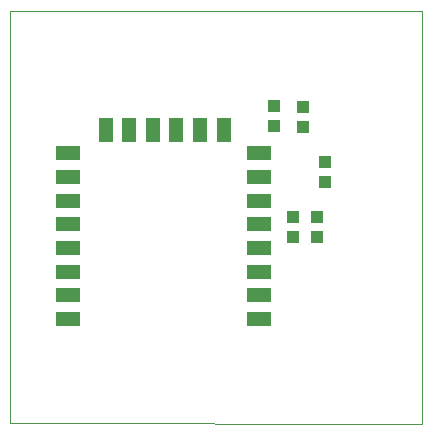
<source format=gtp>
G75*
%MOIN*%
%OFA0B0*%
%FSLAX25Y25*%
%IPPOS*%
%LPD*%
%AMOC8*
5,1,8,0,0,1.08239X$1,22.5*
%
%ADD10C,0.00000*%
%ADD11R,0.07874X0.04724*%
%ADD12R,0.04724X0.07874*%
%ADD13R,0.03937X0.04331*%
D10*
X0010658Y0015028D02*
X0010619Y0152587D01*
X0147942Y0152587D01*
X0147942Y0014871D01*
X0010658Y0015028D01*
D11*
X0029792Y0049831D03*
X0029792Y0057706D03*
X0029792Y0065580D03*
X0029792Y0073454D03*
X0029792Y0081328D03*
X0029792Y0089202D03*
X0029792Y0097076D03*
X0029792Y0104950D03*
X0093572Y0104950D03*
X0093572Y0097076D03*
X0093572Y0089202D03*
X0093572Y0081328D03*
X0093572Y0073454D03*
X0093572Y0065580D03*
X0093572Y0057706D03*
X0093572Y0049831D03*
D12*
X0081761Y0112824D03*
X0073887Y0112824D03*
X0066013Y0112824D03*
X0058139Y0112824D03*
X0050265Y0112824D03*
X0042391Y0112824D03*
D13*
X0098375Y0114044D03*
X0098375Y0120737D03*
X0108257Y0120422D03*
X0108257Y0113729D03*
X0115383Y0101957D03*
X0115383Y0095265D03*
X0112784Y0083887D03*
X0112784Y0077194D03*
X0104910Y0077194D03*
X0104910Y0083887D03*
M02*

</source>
